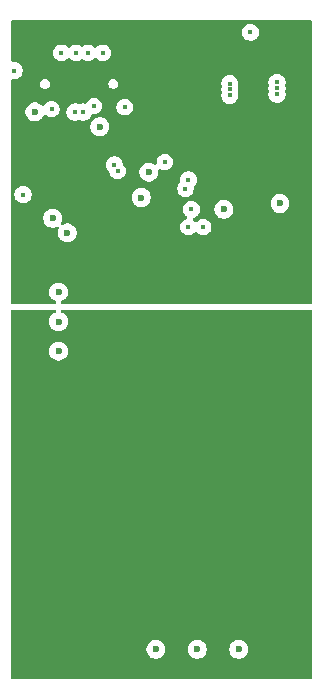
<source format=gbr>
%TF.GenerationSoftware,KiCad,Pcbnew,9.0.2*%
%TF.CreationDate,2025-06-18T22:14:32+09:00*%
%TF.ProjectId,LoRa_TM,4c6f5261-5f54-44d2-9e6b-696361645f70,rev?*%
%TF.SameCoordinates,Original*%
%TF.FileFunction,Copper,L3,Inr*%
%TF.FilePolarity,Positive*%
%FSLAX46Y46*%
G04 Gerber Fmt 4.6, Leading zero omitted, Abs format (unit mm)*
G04 Created by KiCad (PCBNEW 9.0.2) date 2025-06-18 22:14:32*
%MOMM*%
%LPD*%
G01*
G04 APERTURE LIST*
%TA.AperFunction,ViaPad*%
%ADD10C,0.600000*%
%TD*%
%TA.AperFunction,ViaPad*%
%ADD11C,0.400000*%
%TD*%
%TA.AperFunction,ViaPad*%
%ADD12C,0.450000*%
%TD*%
G04 APERTURE END LIST*
D10*
%TO.N,/LoRa_RX*%
X91308000Y-94226000D03*
D11*
X103558000Y-88726000D03*
%TO.N,/LoRa_TX*%
X102308000Y-88726000D03*
D12*
%TO.N,+3.3V*%
X111558000Y-78226000D03*
D10*
%TO.N,GND*%
X89308000Y-78976000D03*
X108058000Y-124476000D03*
X104558000Y-124476000D03*
X101058000Y-124476000D03*
%TO.N,/LED_TX*%
X106558000Y-124476000D03*
%TO.N,/LED_RX*%
X103058000Y-124476000D03*
%TO.N,/LED_ON*%
X99558000Y-124476000D03*
%TO.N,/LoRa_M1*%
X98308000Y-86226000D03*
%TO.N,/LoRa_M0*%
X98958000Y-84076000D03*
D12*
%TO.N,/USB_CONN_D-*%
X92708000Y-78989590D03*
%TO.N,/USB_CONN_D+*%
X93408000Y-78989590D03*
%TO.N,GND*%
X102308000Y-84726000D03*
X102558000Y-87226000D03*
%TO.N,+5V*%
X107558000Y-72226000D03*
D11*
%TO.N,GND*%
X96908000Y-78576000D03*
%TO.N,/BOOT0*%
X100308000Y-83226000D03*
X95058000Y-73976000D03*
%TO.N,/NRST*%
X93808000Y-73976000D03*
X102058000Y-85476000D03*
%TO.N,/SWCLK*%
X92808000Y-73976000D03*
%TO.N,/SWDIO*%
X91558000Y-73976000D03*
%TO.N,/SWCLK*%
X96039671Y-83439341D03*
%TO.N,/SWDIO*%
X96308000Y-83976000D03*
D12*
%TO.N,GND*%
X105808000Y-77576000D03*
X105808000Y-76576000D03*
X105808000Y-77076000D03*
X109808000Y-76476000D03*
X109808000Y-76976000D03*
X109808000Y-77476000D03*
D10*
%TO.N,Net-(R14-Pad2)*%
X110058000Y-86726000D03*
%TO.N,GND*%
X94808000Y-96726000D03*
%TO.N,+3.3V*%
X94808000Y-94226000D03*
%TO.N,/LoRa_AUX*%
X92058000Y-89226000D03*
%TO.N,/LoRa_M1*%
X91308000Y-96726000D03*
%TO.N,/LoRa_M0*%
X91308000Y-99226000D03*
D12*
%TO.N,+5V*%
X88308000Y-85976000D03*
%TO.N,VBUS*%
X87558000Y-75476000D03*
D11*
%TO.N,Net-(J2-CC1)*%
X94308000Y-78476000D03*
%TO.N,Net-(J2-CC2)*%
X90716428Y-78731000D03*
D10*
%TO.N,VBUS*%
X94808000Y-80226000D03*
D12*
%TO.N,+3.3V*%
X90058000Y-73976000D03*
D10*
%TO.N,GND*%
X105308000Y-87226000D03*
%TO.N,+3.3V*%
X105308000Y-85726000D03*
%TO.N,GND*%
X90808000Y-87976000D03*
%TO.N,+3.3V*%
X90808000Y-84976000D03*
%TD*%
%TA.AperFunction,Conductor*%
%TO.N,+3.3V*%
G36*
X112751039Y-71245685D02*
G01*
X112796794Y-71298489D01*
X112808000Y-71350000D01*
X112808000Y-95102000D01*
X112788315Y-95169039D01*
X112735511Y-95214794D01*
X112684000Y-95226000D01*
X91608983Y-95226000D01*
X91541944Y-95206315D01*
X91496189Y-95153511D01*
X91486245Y-95084353D01*
X91515270Y-95020797D01*
X91561531Y-94987439D01*
X91687172Y-94935397D01*
X91687172Y-94935396D01*
X91687179Y-94935394D01*
X91818289Y-94847789D01*
X91929789Y-94736289D01*
X92017394Y-94605179D01*
X92077737Y-94459497D01*
X92108500Y-94304842D01*
X92108500Y-94147158D01*
X92108500Y-94147155D01*
X92108499Y-94147153D01*
X92077738Y-93992510D01*
X92077737Y-93992503D01*
X92077735Y-93992498D01*
X92017397Y-93846827D01*
X92017390Y-93846814D01*
X91929789Y-93715711D01*
X91929786Y-93715707D01*
X91818292Y-93604213D01*
X91818288Y-93604210D01*
X91687185Y-93516609D01*
X91687172Y-93516602D01*
X91541501Y-93456264D01*
X91541489Y-93456261D01*
X91386845Y-93425500D01*
X91386842Y-93425500D01*
X91229158Y-93425500D01*
X91229155Y-93425500D01*
X91074510Y-93456261D01*
X91074498Y-93456264D01*
X90928827Y-93516602D01*
X90928814Y-93516609D01*
X90797711Y-93604210D01*
X90797707Y-93604213D01*
X90686213Y-93715707D01*
X90686210Y-93715711D01*
X90598609Y-93846814D01*
X90598602Y-93846827D01*
X90538264Y-93992498D01*
X90538261Y-93992510D01*
X90507500Y-94147153D01*
X90507500Y-94304846D01*
X90538261Y-94459489D01*
X90538264Y-94459501D01*
X90598602Y-94605172D01*
X90598609Y-94605185D01*
X90686210Y-94736288D01*
X90686213Y-94736292D01*
X90797707Y-94847786D01*
X90797711Y-94847789D01*
X90928814Y-94935390D01*
X90928827Y-94935397D01*
X91054469Y-94987439D01*
X91108873Y-95031280D01*
X91130938Y-95097574D01*
X91113659Y-95165273D01*
X91062522Y-95212884D01*
X91007017Y-95226000D01*
X87432000Y-95226000D01*
X87364961Y-95206315D01*
X87319206Y-95153511D01*
X87308000Y-95102000D01*
X87308000Y-87897153D01*
X90007500Y-87897153D01*
X90007500Y-88054846D01*
X90038261Y-88209489D01*
X90038264Y-88209501D01*
X90098602Y-88355172D01*
X90098609Y-88355185D01*
X90186210Y-88486288D01*
X90186213Y-88486292D01*
X90297707Y-88597786D01*
X90297711Y-88597789D01*
X90428814Y-88685390D01*
X90428827Y-88685397D01*
X90574498Y-88745735D01*
X90574503Y-88745737D01*
X90729153Y-88776499D01*
X90729156Y-88776500D01*
X90729158Y-88776500D01*
X90886844Y-88776500D01*
X90886845Y-88776499D01*
X91041497Y-88745737D01*
X91186177Y-88685808D01*
X91255646Y-88678340D01*
X91318125Y-88709615D01*
X91353777Y-88769704D01*
X91351283Y-88839529D01*
X91348190Y-88847822D01*
X91288264Y-88992498D01*
X91288261Y-88992510D01*
X91257500Y-89147153D01*
X91257500Y-89304846D01*
X91288261Y-89459489D01*
X91288264Y-89459501D01*
X91348602Y-89605172D01*
X91348609Y-89605185D01*
X91436210Y-89736288D01*
X91436213Y-89736292D01*
X91547707Y-89847786D01*
X91547711Y-89847789D01*
X91678814Y-89935390D01*
X91678827Y-89935397D01*
X91824498Y-89995735D01*
X91824503Y-89995737D01*
X91979153Y-90026499D01*
X91979156Y-90026500D01*
X91979158Y-90026500D01*
X92136844Y-90026500D01*
X92136845Y-90026499D01*
X92291497Y-89995737D01*
X92437179Y-89935394D01*
X92568289Y-89847789D01*
X92679789Y-89736289D01*
X92767394Y-89605179D01*
X92827737Y-89459497D01*
X92858500Y-89304842D01*
X92858500Y-89147158D01*
X92858500Y-89147155D01*
X92858499Y-89147153D01*
X92840729Y-89057817D01*
X92827737Y-88992503D01*
X92801985Y-88930332D01*
X92767397Y-88846827D01*
X92767390Y-88846814D01*
X92732766Y-88794995D01*
X101607499Y-88794995D01*
X101634418Y-88930322D01*
X101634421Y-88930332D01*
X101687221Y-89057804D01*
X101687228Y-89057817D01*
X101763885Y-89172541D01*
X101763888Y-89172545D01*
X101861454Y-89270111D01*
X101861458Y-89270114D01*
X101976182Y-89346771D01*
X101976195Y-89346778D01*
X102103667Y-89399578D01*
X102103672Y-89399580D01*
X102103676Y-89399580D01*
X102103677Y-89399581D01*
X102239004Y-89426500D01*
X102239007Y-89426500D01*
X102376995Y-89426500D01*
X102468041Y-89408389D01*
X102512328Y-89399580D01*
X102639811Y-89346775D01*
X102754542Y-89270114D01*
X102754545Y-89270111D01*
X102845319Y-89179338D01*
X102906642Y-89145853D01*
X102976334Y-89150837D01*
X103020681Y-89179338D01*
X103111454Y-89270111D01*
X103111458Y-89270114D01*
X103226182Y-89346771D01*
X103226195Y-89346778D01*
X103353667Y-89399578D01*
X103353672Y-89399580D01*
X103353676Y-89399580D01*
X103353677Y-89399581D01*
X103489004Y-89426500D01*
X103489007Y-89426500D01*
X103626995Y-89426500D01*
X103718041Y-89408389D01*
X103762328Y-89399580D01*
X103889811Y-89346775D01*
X104004542Y-89270114D01*
X104102114Y-89172542D01*
X104178775Y-89057811D01*
X104231580Y-88930328D01*
X104258500Y-88794993D01*
X104258500Y-88657007D01*
X104258500Y-88657004D01*
X104231581Y-88521677D01*
X104231580Y-88521676D01*
X104231580Y-88521672D01*
X104216924Y-88486288D01*
X104178778Y-88394195D01*
X104178771Y-88394182D01*
X104102114Y-88279458D01*
X104102111Y-88279454D01*
X104004545Y-88181888D01*
X104004541Y-88181885D01*
X103889817Y-88105228D01*
X103889804Y-88105221D01*
X103762332Y-88052421D01*
X103762322Y-88052418D01*
X103626995Y-88025500D01*
X103626993Y-88025500D01*
X103489007Y-88025500D01*
X103489005Y-88025500D01*
X103353677Y-88052418D01*
X103353667Y-88052421D01*
X103226195Y-88105221D01*
X103226182Y-88105228D01*
X103111458Y-88181885D01*
X103111454Y-88181888D01*
X103020681Y-88272662D01*
X103016217Y-88275099D01*
X103013433Y-88279355D01*
X102985862Y-88291674D01*
X102959358Y-88306147D01*
X102954285Y-88305784D01*
X102949642Y-88307859D01*
X102919790Y-88303317D01*
X102889666Y-88301163D01*
X102884229Y-88297906D01*
X102880568Y-88297350D01*
X102864458Y-88286067D01*
X102851033Y-88278027D01*
X102848093Y-88275437D01*
X102754542Y-88181886D01*
X102702184Y-88146901D01*
X102695981Y-88141437D01*
X102681567Y-88118599D01*
X102664252Y-88097880D01*
X102663199Y-88089496D01*
X102658689Y-88082351D01*
X102658910Y-88055347D01*
X102655545Y-88028555D01*
X102659191Y-88020932D01*
X102659261Y-88012484D01*
X102674044Y-87989888D01*
X102685700Y-87965528D01*
X102692889Y-87961087D01*
X102697515Y-87954017D01*
X102722167Y-87943001D01*
X102745143Y-87928809D01*
X102753744Y-87926776D01*
X102769620Y-87923619D01*
X102901653Y-87868929D01*
X103020479Y-87789532D01*
X103121532Y-87688479D01*
X103200929Y-87569653D01*
X103255619Y-87437620D01*
X103272210Y-87354213D01*
X103283500Y-87297457D01*
X103283500Y-87154542D01*
X103282030Y-87147153D01*
X104507500Y-87147153D01*
X104507500Y-87304846D01*
X104538261Y-87459489D01*
X104538264Y-87459501D01*
X104598602Y-87605172D01*
X104598609Y-87605185D01*
X104686210Y-87736288D01*
X104686213Y-87736292D01*
X104797707Y-87847786D01*
X104797711Y-87847789D01*
X104928814Y-87935390D01*
X104928827Y-87935397D01*
X105001571Y-87965528D01*
X105074503Y-87995737D01*
X105201166Y-88020932D01*
X105229153Y-88026499D01*
X105229156Y-88026500D01*
X105229158Y-88026500D01*
X105386844Y-88026500D01*
X105386845Y-88026499D01*
X105541497Y-87995737D01*
X105687179Y-87935394D01*
X105818289Y-87847789D01*
X105929789Y-87736289D01*
X106017394Y-87605179D01*
X106020854Y-87596827D01*
X106049984Y-87526499D01*
X106077737Y-87459497D01*
X106108500Y-87304842D01*
X106108500Y-87147158D01*
X106108500Y-87147155D01*
X106108499Y-87147153D01*
X106084499Y-87026499D01*
X106077737Y-86992503D01*
X106032110Y-86882349D01*
X106017397Y-86846827D01*
X106017390Y-86846814D01*
X105929790Y-86715712D01*
X105929784Y-86715705D01*
X105861232Y-86647153D01*
X109257500Y-86647153D01*
X109257500Y-86804846D01*
X109288261Y-86959489D01*
X109288264Y-86959501D01*
X109348602Y-87105172D01*
X109348609Y-87105185D01*
X109436210Y-87236288D01*
X109436213Y-87236292D01*
X109547707Y-87347786D01*
X109547711Y-87347789D01*
X109678814Y-87435390D01*
X109678827Y-87435397D01*
X109752013Y-87465711D01*
X109824503Y-87495737D01*
X109979153Y-87526499D01*
X109979156Y-87526500D01*
X109979158Y-87526500D01*
X110136844Y-87526500D01*
X110136845Y-87526499D01*
X110291497Y-87495737D01*
X110431805Y-87437620D01*
X110437172Y-87435397D01*
X110437172Y-87435396D01*
X110437179Y-87435394D01*
X110568289Y-87347789D01*
X110679789Y-87236289D01*
X110767394Y-87105179D01*
X110827737Y-86959497D01*
X110858500Y-86804842D01*
X110858500Y-86647158D01*
X110858500Y-86647155D01*
X110858499Y-86647153D01*
X110845752Y-86583069D01*
X110827737Y-86492503D01*
X110814062Y-86459489D01*
X110767397Y-86346827D01*
X110767390Y-86346814D01*
X110679789Y-86215711D01*
X110679786Y-86215707D01*
X110568292Y-86104213D01*
X110568288Y-86104210D01*
X110437185Y-86016609D01*
X110437172Y-86016602D01*
X110291501Y-85956264D01*
X110291489Y-85956261D01*
X110136845Y-85925500D01*
X110136842Y-85925500D01*
X109979158Y-85925500D01*
X109979155Y-85925500D01*
X109824510Y-85956261D01*
X109824498Y-85956264D01*
X109678827Y-86016602D01*
X109678814Y-86016609D01*
X109547711Y-86104210D01*
X109547707Y-86104213D01*
X109436213Y-86215707D01*
X109436210Y-86215711D01*
X109348609Y-86346814D01*
X109348602Y-86346827D01*
X109288264Y-86492498D01*
X109288261Y-86492510D01*
X109257500Y-86647153D01*
X105861232Y-86647153D01*
X105818292Y-86604213D01*
X105818288Y-86604210D01*
X105687185Y-86516609D01*
X105687172Y-86516602D01*
X105541501Y-86456264D01*
X105541489Y-86456261D01*
X105386845Y-86425500D01*
X105386842Y-86425500D01*
X105229158Y-86425500D01*
X105229155Y-86425500D01*
X105074510Y-86456261D01*
X105074498Y-86456264D01*
X104928827Y-86516602D01*
X104928814Y-86516609D01*
X104797711Y-86604210D01*
X104797707Y-86604213D01*
X104686213Y-86715707D01*
X104686210Y-86715711D01*
X104598609Y-86846814D01*
X104598602Y-86846827D01*
X104538264Y-86992498D01*
X104538261Y-86992510D01*
X104507500Y-87147153D01*
X103282030Y-87147153D01*
X103255620Y-87014385D01*
X103255619Y-87014384D01*
X103255619Y-87014380D01*
X103200929Y-86882347D01*
X103200928Y-86882346D01*
X103200925Y-86882340D01*
X103121532Y-86763521D01*
X103121529Y-86763517D01*
X103020482Y-86662470D01*
X103020478Y-86662467D01*
X102901659Y-86583074D01*
X102901650Y-86583069D01*
X102769620Y-86528381D01*
X102769614Y-86528379D01*
X102629457Y-86500500D01*
X102629455Y-86500500D01*
X102486545Y-86500500D01*
X102486543Y-86500500D01*
X102346385Y-86528379D01*
X102346379Y-86528381D01*
X102214349Y-86583069D01*
X102214340Y-86583074D01*
X102095521Y-86662467D01*
X102095517Y-86662470D01*
X101994470Y-86763517D01*
X101994467Y-86763521D01*
X101915074Y-86882340D01*
X101915069Y-86882349D01*
X101860381Y-87014379D01*
X101860379Y-87014385D01*
X101832500Y-87154542D01*
X101832500Y-87154545D01*
X101832500Y-87297455D01*
X101832500Y-87297457D01*
X101832499Y-87297457D01*
X101860379Y-87437614D01*
X101860381Y-87437620D01*
X101915069Y-87569650D01*
X101915074Y-87569659D01*
X101994467Y-87688478D01*
X101994470Y-87688482D01*
X102095517Y-87789529D01*
X102095525Y-87789535D01*
X102151662Y-87827045D01*
X102196468Y-87880657D01*
X102205175Y-87949982D01*
X102175021Y-88013009D01*
X102115578Y-88049729D01*
X102106974Y-88051762D01*
X102103682Y-88052416D01*
X102103667Y-88052421D01*
X101976195Y-88105221D01*
X101976182Y-88105228D01*
X101861458Y-88181885D01*
X101861454Y-88181888D01*
X101763888Y-88279454D01*
X101763885Y-88279458D01*
X101687228Y-88394182D01*
X101687221Y-88394195D01*
X101634421Y-88521667D01*
X101634418Y-88521677D01*
X101607500Y-88657004D01*
X101607500Y-88657007D01*
X101607500Y-88794993D01*
X101607500Y-88794995D01*
X101607499Y-88794995D01*
X92732766Y-88794995D01*
X92682526Y-88719806D01*
X92679790Y-88715712D01*
X92679786Y-88715707D01*
X92568292Y-88604213D01*
X92568288Y-88604210D01*
X92437185Y-88516609D01*
X92437172Y-88516602D01*
X92291501Y-88456264D01*
X92291489Y-88456261D01*
X92136845Y-88425500D01*
X92136842Y-88425500D01*
X91979158Y-88425500D01*
X91979155Y-88425500D01*
X91824510Y-88456261D01*
X91824498Y-88456264D01*
X91679822Y-88516190D01*
X91610352Y-88523659D01*
X91547873Y-88492383D01*
X91512221Y-88432294D01*
X91514716Y-88362469D01*
X91517809Y-88354176D01*
X91536994Y-88307859D01*
X91577737Y-88209497D01*
X91608500Y-88054842D01*
X91608500Y-87897158D01*
X91608500Y-87897155D01*
X91608499Y-87897153D01*
X91598679Y-87847786D01*
X91577737Y-87742503D01*
X91555360Y-87688479D01*
X91517397Y-87596827D01*
X91517390Y-87596814D01*
X91429789Y-87465711D01*
X91429786Y-87465707D01*
X91318292Y-87354213D01*
X91318288Y-87354210D01*
X91187185Y-87266609D01*
X91187172Y-87266602D01*
X91041501Y-87206264D01*
X91041489Y-87206261D01*
X90886845Y-87175500D01*
X90886842Y-87175500D01*
X90729158Y-87175500D01*
X90729155Y-87175500D01*
X90574510Y-87206261D01*
X90574498Y-87206264D01*
X90428827Y-87266602D01*
X90428814Y-87266609D01*
X90297711Y-87354210D01*
X90297707Y-87354213D01*
X90186213Y-87465707D01*
X90186210Y-87465711D01*
X90098609Y-87596814D01*
X90098602Y-87596827D01*
X90038264Y-87742498D01*
X90038261Y-87742510D01*
X90007500Y-87897153D01*
X87308000Y-87897153D01*
X87308000Y-86047457D01*
X87582499Y-86047457D01*
X87610379Y-86187614D01*
X87610381Y-86187620D01*
X87665069Y-86319650D01*
X87665074Y-86319659D01*
X87744467Y-86438478D01*
X87744470Y-86438482D01*
X87845517Y-86539529D01*
X87845521Y-86539532D01*
X87964340Y-86618925D01*
X87964346Y-86618928D01*
X87964347Y-86618929D01*
X88096380Y-86673619D01*
X88096384Y-86673619D01*
X88096385Y-86673620D01*
X88236542Y-86701500D01*
X88236545Y-86701500D01*
X88379457Y-86701500D01*
X88473751Y-86682742D01*
X88519620Y-86673619D01*
X88651653Y-86618929D01*
X88770479Y-86539532D01*
X88871532Y-86438479D01*
X88950929Y-86319653D01*
X89005619Y-86187620D01*
X89013669Y-86147153D01*
X97507500Y-86147153D01*
X97507500Y-86304846D01*
X97538261Y-86459489D01*
X97538264Y-86459501D01*
X97598602Y-86605172D01*
X97598609Y-86605185D01*
X97686210Y-86736288D01*
X97686213Y-86736292D01*
X97797707Y-86847786D01*
X97797711Y-86847789D01*
X97928814Y-86935390D01*
X97928827Y-86935397D01*
X98066683Y-86992498D01*
X98074503Y-86995737D01*
X98229153Y-87026499D01*
X98229156Y-87026500D01*
X98229158Y-87026500D01*
X98386844Y-87026500D01*
X98386845Y-87026499D01*
X98541497Y-86995737D01*
X98687179Y-86935394D01*
X98818289Y-86847789D01*
X98929789Y-86736289D01*
X99017394Y-86605179D01*
X99077737Y-86459497D01*
X99108500Y-86304842D01*
X99108500Y-86147158D01*
X99108500Y-86147155D01*
X99108499Y-86147153D01*
X99088668Y-86047457D01*
X99077737Y-85992503D01*
X99077735Y-85992498D01*
X99017397Y-85846827D01*
X99017390Y-85846814D01*
X98929789Y-85715711D01*
X98929786Y-85715707D01*
X98818292Y-85604213D01*
X98818288Y-85604210D01*
X98729667Y-85544995D01*
X101357499Y-85544995D01*
X101384418Y-85680322D01*
X101384421Y-85680332D01*
X101437221Y-85807804D01*
X101437228Y-85807817D01*
X101513885Y-85922541D01*
X101513888Y-85922545D01*
X101611454Y-86020111D01*
X101611458Y-86020114D01*
X101726182Y-86096771D01*
X101726195Y-86096778D01*
X101847825Y-86147158D01*
X101853672Y-86149580D01*
X101853676Y-86149580D01*
X101853677Y-86149581D01*
X101989004Y-86176500D01*
X101989007Y-86176500D01*
X102126995Y-86176500D01*
X102218041Y-86158389D01*
X102262328Y-86149580D01*
X102389811Y-86096775D01*
X102504542Y-86020114D01*
X102602114Y-85922542D01*
X102678775Y-85807811D01*
X102731580Y-85680328D01*
X102758500Y-85544993D01*
X102758500Y-85407007D01*
X102758500Y-85407004D01*
X102753928Y-85384024D01*
X102760153Y-85314432D01*
X102787862Y-85272148D01*
X102871532Y-85188479D01*
X102950929Y-85069653D01*
X103005619Y-84937620D01*
X103023896Y-84845737D01*
X103033500Y-84797457D01*
X103033500Y-84654542D01*
X103005620Y-84514385D01*
X103005619Y-84514384D01*
X103005619Y-84514380D01*
X102950929Y-84382347D01*
X102950928Y-84382346D01*
X102950925Y-84382340D01*
X102871532Y-84263521D01*
X102871529Y-84263517D01*
X102770482Y-84162470D01*
X102770478Y-84162467D01*
X102651659Y-84083074D01*
X102651650Y-84083069D01*
X102519620Y-84028381D01*
X102519614Y-84028379D01*
X102379457Y-84000500D01*
X102379455Y-84000500D01*
X102236545Y-84000500D01*
X102236543Y-84000500D01*
X102096385Y-84028379D01*
X102096379Y-84028381D01*
X101964349Y-84083069D01*
X101964340Y-84083074D01*
X101845521Y-84162467D01*
X101845517Y-84162470D01*
X101744470Y-84263517D01*
X101744467Y-84263521D01*
X101665074Y-84382340D01*
X101665069Y-84382349D01*
X101610381Y-84514379D01*
X101610379Y-84514385D01*
X101582500Y-84654542D01*
X101582500Y-84654545D01*
X101582500Y-84797455D01*
X101582500Y-84797457D01*
X101582499Y-84797457D01*
X101596677Y-84868728D01*
X101590450Y-84938320D01*
X101562743Y-84980600D01*
X101513883Y-85029461D01*
X101437228Y-85144182D01*
X101437221Y-85144195D01*
X101384421Y-85271667D01*
X101384418Y-85271677D01*
X101357500Y-85407004D01*
X101357500Y-85407007D01*
X101357500Y-85544993D01*
X101357500Y-85544995D01*
X101357499Y-85544995D01*
X98729667Y-85544995D01*
X98687185Y-85516609D01*
X98687178Y-85516605D01*
X98684453Y-85515477D01*
X98684451Y-85515475D01*
X98541501Y-85456264D01*
X98541489Y-85456261D01*
X98386845Y-85425500D01*
X98386842Y-85425500D01*
X98229158Y-85425500D01*
X98229155Y-85425500D01*
X98074510Y-85456261D01*
X98074498Y-85456264D01*
X97928827Y-85516602D01*
X97928814Y-85516609D01*
X97797711Y-85604210D01*
X97797707Y-85604213D01*
X97686213Y-85715707D01*
X97686210Y-85715711D01*
X97598609Y-85846814D01*
X97598602Y-85846827D01*
X97538264Y-85992498D01*
X97538261Y-85992510D01*
X97507500Y-86147153D01*
X89013669Y-86147153D01*
X89019692Y-86116874D01*
X89033500Y-86047457D01*
X89033500Y-85904542D01*
X89005620Y-85764385D01*
X89005619Y-85764384D01*
X89005619Y-85764380D01*
X88950929Y-85632347D01*
X88950927Y-85632345D01*
X88950923Y-85632337D01*
X88871532Y-85513521D01*
X88871529Y-85513517D01*
X88770482Y-85412470D01*
X88770478Y-85412467D01*
X88651659Y-85333074D01*
X88651650Y-85333069D01*
X88519620Y-85278381D01*
X88519614Y-85278379D01*
X88379457Y-85250500D01*
X88379455Y-85250500D01*
X88236545Y-85250500D01*
X88236543Y-85250500D01*
X88096385Y-85278379D01*
X88096379Y-85278381D01*
X87964349Y-85333069D01*
X87964340Y-85333074D01*
X87845521Y-85412467D01*
X87845517Y-85412470D01*
X87744470Y-85513517D01*
X87744467Y-85513521D01*
X87665077Y-85632337D01*
X87665069Y-85632349D01*
X87610381Y-85764379D01*
X87610379Y-85764385D01*
X87582500Y-85904542D01*
X87582500Y-85904545D01*
X87582500Y-86047455D01*
X87582500Y-86047457D01*
X87582499Y-86047457D01*
X87308000Y-86047457D01*
X87308000Y-83508336D01*
X95339170Y-83508336D01*
X95366089Y-83643663D01*
X95366092Y-83643673D01*
X95418892Y-83771145D01*
X95418899Y-83771158D01*
X95495555Y-83885881D01*
X95495556Y-83885882D01*
X95495557Y-83885883D01*
X95571182Y-83961508D01*
X95604666Y-84022829D01*
X95606402Y-84038982D01*
X95606903Y-84038933D01*
X95607499Y-84044995D01*
X95634418Y-84180322D01*
X95634421Y-84180332D01*
X95687221Y-84307804D01*
X95687228Y-84307817D01*
X95763885Y-84422541D01*
X95763888Y-84422545D01*
X95861454Y-84520111D01*
X95861458Y-84520114D01*
X95976182Y-84596771D01*
X95976195Y-84596778D01*
X96103667Y-84649578D01*
X96103672Y-84649580D01*
X96103676Y-84649580D01*
X96103677Y-84649581D01*
X96239004Y-84676500D01*
X96239007Y-84676500D01*
X96376995Y-84676500D01*
X96487367Y-84654545D01*
X96512328Y-84649580D01*
X96639811Y-84596775D01*
X96754542Y-84520114D01*
X96852114Y-84422542D01*
X96928775Y-84307811D01*
X96981580Y-84180328D01*
X97008500Y-84044993D01*
X97008500Y-83997153D01*
X98157500Y-83997153D01*
X98157500Y-84154846D01*
X98188261Y-84309489D01*
X98188264Y-84309501D01*
X98248602Y-84455172D01*
X98248609Y-84455185D01*
X98336210Y-84586288D01*
X98336213Y-84586292D01*
X98447707Y-84697786D01*
X98447711Y-84697789D01*
X98578814Y-84785390D01*
X98578827Y-84785397D01*
X98724498Y-84845735D01*
X98724503Y-84845737D01*
X98840086Y-84868728D01*
X98879153Y-84876499D01*
X98879156Y-84876500D01*
X98879158Y-84876500D01*
X99036844Y-84876500D01*
X99036845Y-84876499D01*
X99191497Y-84845737D01*
X99337179Y-84785394D01*
X99468289Y-84697789D01*
X99579789Y-84586289D01*
X99667394Y-84455179D01*
X99727737Y-84309497D01*
X99758500Y-84154842D01*
X99758500Y-83997158D01*
X99757684Y-83993057D01*
X99749037Y-83949586D01*
X99755264Y-83879994D01*
X99798126Y-83824816D01*
X99864016Y-83801571D01*
X99932013Y-83817638D01*
X99939545Y-83822291D01*
X99976182Y-83846771D01*
X99976195Y-83846778D01*
X100070604Y-83885883D01*
X100103672Y-83899580D01*
X100103676Y-83899580D01*
X100103677Y-83899581D01*
X100239004Y-83926500D01*
X100239007Y-83926500D01*
X100376995Y-83926500D01*
X100475005Y-83907004D01*
X100512328Y-83899580D01*
X100639811Y-83846775D01*
X100754542Y-83770114D01*
X100852114Y-83672542D01*
X100928775Y-83557811D01*
X100981580Y-83430328D01*
X100993511Y-83370348D01*
X101008500Y-83294995D01*
X101008500Y-83157004D01*
X100981581Y-83021677D01*
X100981580Y-83021676D01*
X100981580Y-83021672D01*
X100981578Y-83021667D01*
X100928778Y-82894195D01*
X100928771Y-82894182D01*
X100852114Y-82779458D01*
X100852111Y-82779454D01*
X100754545Y-82681888D01*
X100754541Y-82681885D01*
X100639817Y-82605228D01*
X100639804Y-82605221D01*
X100512332Y-82552421D01*
X100512322Y-82552418D01*
X100376995Y-82525500D01*
X100376993Y-82525500D01*
X100239007Y-82525500D01*
X100239005Y-82525500D01*
X100103677Y-82552418D01*
X100103667Y-82552421D01*
X99976195Y-82605221D01*
X99976182Y-82605228D01*
X99861458Y-82681885D01*
X99861454Y-82681888D01*
X99763888Y-82779454D01*
X99763885Y-82779458D01*
X99687228Y-82894182D01*
X99687221Y-82894195D01*
X99634421Y-83021667D01*
X99634418Y-83021677D01*
X99607500Y-83157004D01*
X99607500Y-83294995D01*
X99608097Y-83301058D01*
X99606162Y-83301248D01*
X99600720Y-83361901D01*
X99557843Y-83417068D01*
X99491948Y-83440296D01*
X99423955Y-83424211D01*
X99416451Y-83419574D01*
X99337184Y-83366609D01*
X99337172Y-83366602D01*
X99191501Y-83306264D01*
X99191489Y-83306261D01*
X99036845Y-83275500D01*
X99036842Y-83275500D01*
X98879158Y-83275500D01*
X98879155Y-83275500D01*
X98724510Y-83306261D01*
X98724498Y-83306264D01*
X98578827Y-83366602D01*
X98578814Y-83366609D01*
X98447711Y-83454210D01*
X98447707Y-83454213D01*
X98336213Y-83565707D01*
X98336210Y-83565711D01*
X98248609Y-83696814D01*
X98248602Y-83696827D01*
X98188264Y-83842498D01*
X98188261Y-83842510D01*
X98157500Y-83997153D01*
X97008500Y-83997153D01*
X97008500Y-83907007D01*
X97008500Y-83907004D01*
X96981581Y-83771677D01*
X96981580Y-83771676D01*
X96981580Y-83771672D01*
X96980933Y-83770111D01*
X96928778Y-83644195D01*
X96928771Y-83644182D01*
X96852114Y-83529458D01*
X96852111Y-83529454D01*
X96776490Y-83453833D01*
X96743005Y-83392510D01*
X96741268Y-83376358D01*
X96740768Y-83376408D01*
X96740171Y-83370345D01*
X96713252Y-83235018D01*
X96713251Y-83235017D01*
X96713251Y-83235013D01*
X96680939Y-83157004D01*
X96660449Y-83107536D01*
X96660442Y-83107523D01*
X96583785Y-82992799D01*
X96583782Y-82992795D01*
X96486216Y-82895229D01*
X96486212Y-82895226D01*
X96371488Y-82818569D01*
X96371475Y-82818562D01*
X96244003Y-82765762D01*
X96243993Y-82765759D01*
X96108666Y-82738841D01*
X96108664Y-82738841D01*
X95970678Y-82738841D01*
X95970676Y-82738841D01*
X95835348Y-82765759D01*
X95835338Y-82765762D01*
X95707866Y-82818562D01*
X95707853Y-82818569D01*
X95593129Y-82895226D01*
X95593125Y-82895229D01*
X95495559Y-82992795D01*
X95495556Y-82992799D01*
X95418899Y-83107523D01*
X95418892Y-83107536D01*
X95366092Y-83235008D01*
X95366089Y-83235018D01*
X95339171Y-83370345D01*
X95339171Y-83370348D01*
X95339171Y-83508334D01*
X95339171Y-83508336D01*
X95339170Y-83508336D01*
X87308000Y-83508336D01*
X87308000Y-80147153D01*
X94007500Y-80147153D01*
X94007500Y-80304846D01*
X94038261Y-80459489D01*
X94038264Y-80459501D01*
X94098602Y-80605172D01*
X94098609Y-80605185D01*
X94186210Y-80736288D01*
X94186213Y-80736292D01*
X94297707Y-80847786D01*
X94297711Y-80847789D01*
X94428814Y-80935390D01*
X94428827Y-80935397D01*
X94574498Y-80995735D01*
X94574503Y-80995737D01*
X94729153Y-81026499D01*
X94729156Y-81026500D01*
X94729158Y-81026500D01*
X94886844Y-81026500D01*
X94886845Y-81026499D01*
X95041497Y-80995737D01*
X95187179Y-80935394D01*
X95318289Y-80847789D01*
X95429789Y-80736289D01*
X95517394Y-80605179D01*
X95577737Y-80459497D01*
X95608500Y-80304842D01*
X95608500Y-80147158D01*
X95608500Y-80147155D01*
X95608499Y-80147153D01*
X95577738Y-79992510D01*
X95577737Y-79992503D01*
X95577735Y-79992498D01*
X95517397Y-79846827D01*
X95517390Y-79846814D01*
X95429789Y-79715711D01*
X95429786Y-79715707D01*
X95318292Y-79604213D01*
X95318288Y-79604210D01*
X95187185Y-79516609D01*
X95187172Y-79516602D01*
X95041501Y-79456264D01*
X95041489Y-79456261D01*
X94886845Y-79425500D01*
X94886842Y-79425500D01*
X94729158Y-79425500D01*
X94729155Y-79425500D01*
X94574510Y-79456261D01*
X94574498Y-79456264D01*
X94428827Y-79516602D01*
X94428814Y-79516609D01*
X94297711Y-79604210D01*
X94297707Y-79604213D01*
X94186213Y-79715707D01*
X94186210Y-79715711D01*
X94098609Y-79846814D01*
X94098602Y-79846827D01*
X94038264Y-79992498D01*
X94038261Y-79992510D01*
X94007500Y-80147153D01*
X87308000Y-80147153D01*
X87308000Y-78897153D01*
X88507500Y-78897153D01*
X88507500Y-79054846D01*
X88538261Y-79209489D01*
X88538264Y-79209501D01*
X88598602Y-79355172D01*
X88598609Y-79355185D01*
X88686210Y-79486288D01*
X88686213Y-79486292D01*
X88797707Y-79597786D01*
X88797711Y-79597789D01*
X88928814Y-79685390D01*
X88928827Y-79685397D01*
X89002013Y-79715711D01*
X89074503Y-79745737D01*
X89229153Y-79776499D01*
X89229156Y-79776500D01*
X89229158Y-79776500D01*
X89386844Y-79776500D01*
X89386845Y-79776499D01*
X89541497Y-79745737D01*
X89687179Y-79685394D01*
X89818289Y-79597789D01*
X89929789Y-79486289D01*
X90017394Y-79355179D01*
X90043779Y-79291477D01*
X90087619Y-79237076D01*
X90153913Y-79215010D01*
X90221612Y-79232288D01*
X90246021Y-79251250D01*
X90269882Y-79275111D01*
X90269886Y-79275114D01*
X90384610Y-79351771D01*
X90384623Y-79351778D01*
X90512095Y-79404578D01*
X90512100Y-79404580D01*
X90512104Y-79404580D01*
X90512105Y-79404581D01*
X90647432Y-79431500D01*
X90647435Y-79431500D01*
X90785423Y-79431500D01*
X90876469Y-79413389D01*
X90920756Y-79404580D01*
X91040021Y-79355179D01*
X91048232Y-79351778D01*
X91048232Y-79351777D01*
X91048239Y-79351775D01*
X91162970Y-79275114D01*
X91260542Y-79177542D01*
X91337203Y-79062811D01*
X91337934Y-79061047D01*
X91982499Y-79061047D01*
X92010379Y-79201204D01*
X92010381Y-79201210D01*
X92065069Y-79333240D01*
X92065074Y-79333249D01*
X92144467Y-79452068D01*
X92144470Y-79452072D01*
X92245517Y-79553119D01*
X92245521Y-79553122D01*
X92364340Y-79632515D01*
X92364349Y-79632520D01*
X92394258Y-79644908D01*
X92496380Y-79687209D01*
X92496384Y-79687209D01*
X92496385Y-79687210D01*
X92636542Y-79715090D01*
X92636545Y-79715090D01*
X92779457Y-79715090D01*
X92873751Y-79696332D01*
X92919620Y-79687209D01*
X93010549Y-79649544D01*
X93080016Y-79642076D01*
X93105447Y-79649543D01*
X93196380Y-79687209D01*
X93196384Y-79687209D01*
X93196385Y-79687210D01*
X93336542Y-79715090D01*
X93336545Y-79715090D01*
X93479457Y-79715090D01*
X93573751Y-79696332D01*
X93619620Y-79687209D01*
X93751653Y-79632519D01*
X93870479Y-79553122D01*
X93971532Y-79452069D01*
X94050929Y-79333243D01*
X94086285Y-79247885D01*
X94130125Y-79193482D01*
X94196419Y-79171417D01*
X94225042Y-79173722D01*
X94239005Y-79176500D01*
X94239007Y-79176500D01*
X94376995Y-79176500D01*
X94468041Y-79158389D01*
X94512328Y-79149580D01*
X94639811Y-79096775D01*
X94754542Y-79020114D01*
X94852114Y-78922542D01*
X94928775Y-78807811D01*
X94932013Y-78799995D01*
X94941133Y-78777975D01*
X94981580Y-78680328D01*
X94988608Y-78644995D01*
X96207499Y-78644995D01*
X96234418Y-78780322D01*
X96234421Y-78780332D01*
X96287221Y-78907804D01*
X96287228Y-78907817D01*
X96363885Y-79022541D01*
X96363888Y-79022545D01*
X96461454Y-79120111D01*
X96461458Y-79120114D01*
X96576182Y-79196771D01*
X96576195Y-79196778D01*
X96699582Y-79247886D01*
X96703672Y-79249580D01*
X96703676Y-79249580D01*
X96703677Y-79249581D01*
X96839004Y-79276500D01*
X96839007Y-79276500D01*
X96976995Y-79276500D01*
X97103932Y-79251250D01*
X97112328Y-79249580D01*
X97229104Y-79201210D01*
X97239804Y-79196778D01*
X97239804Y-79196777D01*
X97239811Y-79196775D01*
X97354542Y-79120114D01*
X97452114Y-79022542D01*
X97528775Y-78907811D01*
X97581580Y-78780328D01*
X97601471Y-78680332D01*
X97608500Y-78644995D01*
X97608500Y-78507004D01*
X97581581Y-78371677D01*
X97581580Y-78371676D01*
X97581580Y-78371672D01*
X97574348Y-78354213D01*
X97528778Y-78244195D01*
X97528771Y-78244182D01*
X97452114Y-78129458D01*
X97452111Y-78129454D01*
X97354545Y-78031888D01*
X97354541Y-78031885D01*
X97239817Y-77955228D01*
X97239804Y-77955221D01*
X97112332Y-77902421D01*
X97112322Y-77902418D01*
X96976995Y-77875500D01*
X96976993Y-77875500D01*
X96839007Y-77875500D01*
X96839005Y-77875500D01*
X96703677Y-77902418D01*
X96703667Y-77902421D01*
X96576195Y-77955221D01*
X96576182Y-77955228D01*
X96461458Y-78031885D01*
X96461454Y-78031888D01*
X96363888Y-78129454D01*
X96363885Y-78129458D01*
X96287228Y-78244182D01*
X96287221Y-78244195D01*
X96234421Y-78371667D01*
X96234418Y-78371677D01*
X96207500Y-78507004D01*
X96207500Y-78507007D01*
X96207500Y-78644993D01*
X96207500Y-78644995D01*
X96207499Y-78644995D01*
X94988608Y-78644995D01*
X95008500Y-78544993D01*
X95008500Y-78407007D01*
X95008500Y-78407004D01*
X94981581Y-78271677D01*
X94981580Y-78271676D01*
X94981580Y-78271672D01*
X94979480Y-78266602D01*
X94928778Y-78144195D01*
X94928771Y-78144182D01*
X94852114Y-78029458D01*
X94852111Y-78029454D01*
X94754545Y-77931888D01*
X94754541Y-77931885D01*
X94639817Y-77855228D01*
X94639804Y-77855221D01*
X94512332Y-77802421D01*
X94512322Y-77802418D01*
X94376995Y-77775500D01*
X94376993Y-77775500D01*
X94239007Y-77775500D01*
X94239005Y-77775500D01*
X94103677Y-77802418D01*
X94103667Y-77802421D01*
X93976195Y-77855221D01*
X93976182Y-77855228D01*
X93861458Y-77931885D01*
X93861454Y-77931888D01*
X93763888Y-78029454D01*
X93763885Y-78029458D01*
X93687228Y-78144182D01*
X93687225Y-78144189D01*
X93664468Y-78199128D01*
X93620626Y-78253531D01*
X93554332Y-78275595D01*
X93525716Y-78273291D01*
X93479459Y-78264090D01*
X93479455Y-78264090D01*
X93336545Y-78264090D01*
X93336543Y-78264090D01*
X93196385Y-78291969D01*
X93196375Y-78291972D01*
X93105452Y-78329634D01*
X93035983Y-78337103D01*
X93010548Y-78329634D01*
X92919624Y-78291972D01*
X92919614Y-78291969D01*
X92779457Y-78264090D01*
X92779455Y-78264090D01*
X92636545Y-78264090D01*
X92636543Y-78264090D01*
X92496385Y-78291969D01*
X92496379Y-78291971D01*
X92364349Y-78346659D01*
X92364340Y-78346664D01*
X92245521Y-78426057D01*
X92245517Y-78426060D01*
X92144470Y-78527107D01*
X92144467Y-78527111D01*
X92065074Y-78645930D01*
X92065069Y-78645939D01*
X92010381Y-78777969D01*
X92010379Y-78777975D01*
X91982500Y-78918132D01*
X91982500Y-78918135D01*
X91982500Y-79061045D01*
X91982500Y-79061047D01*
X91982499Y-79061047D01*
X91337934Y-79061047D01*
X91337935Y-79061045D01*
X91390006Y-78935332D01*
X91390008Y-78935328D01*
X91415373Y-78807811D01*
X91416928Y-78799995D01*
X91416928Y-78662004D01*
X91390009Y-78526677D01*
X91390008Y-78526676D01*
X91390008Y-78526672D01*
X91364756Y-78465707D01*
X91337206Y-78399195D01*
X91337199Y-78399182D01*
X91260542Y-78284458D01*
X91260539Y-78284454D01*
X91162973Y-78186888D01*
X91162969Y-78186885D01*
X91048245Y-78110228D01*
X91048232Y-78110221D01*
X90920760Y-78057421D01*
X90920750Y-78057418D01*
X90785423Y-78030500D01*
X90785421Y-78030500D01*
X90647435Y-78030500D01*
X90647433Y-78030500D01*
X90512105Y-78057418D01*
X90512095Y-78057421D01*
X90384623Y-78110221D01*
X90384610Y-78110228D01*
X90269886Y-78186885D01*
X90269882Y-78186888D01*
X90172316Y-78284454D01*
X90172313Y-78284458D01*
X90095652Y-78399188D01*
X90093519Y-78403180D01*
X90044554Y-78453022D01*
X89976416Y-78468480D01*
X89910737Y-78444645D01*
X89896482Y-78432403D01*
X89818292Y-78354213D01*
X89818288Y-78354210D01*
X89687185Y-78266609D01*
X89687172Y-78266602D01*
X89541501Y-78206264D01*
X89541489Y-78206261D01*
X89386845Y-78175500D01*
X89386842Y-78175500D01*
X89229158Y-78175500D01*
X89229155Y-78175500D01*
X89074510Y-78206261D01*
X89074498Y-78206264D01*
X88928827Y-78266602D01*
X88928814Y-78266609D01*
X88797711Y-78354210D01*
X88797707Y-78354213D01*
X88686213Y-78465707D01*
X88686210Y-78465711D01*
X88598609Y-78596814D01*
X88598602Y-78596827D01*
X88538264Y-78742498D01*
X88538261Y-78742510D01*
X88507500Y-78897153D01*
X87308000Y-78897153D01*
X87308000Y-76524982D01*
X89742500Y-76524982D01*
X89742500Y-76637018D01*
X89766343Y-76726000D01*
X89771497Y-76745236D01*
X89771498Y-76745239D01*
X89782545Y-76764373D01*
X89827515Y-76842263D01*
X89906737Y-76921485D01*
X90003763Y-76977503D01*
X90111982Y-77006500D01*
X90111984Y-77006500D01*
X90224016Y-77006500D01*
X90224018Y-77006500D01*
X90332237Y-76977503D01*
X90429263Y-76921485D01*
X90508485Y-76842263D01*
X90564503Y-76745237D01*
X90593500Y-76637018D01*
X90593500Y-76524982D01*
X95522500Y-76524982D01*
X95522500Y-76637018D01*
X95546343Y-76726000D01*
X95551497Y-76745236D01*
X95551498Y-76745239D01*
X95562545Y-76764373D01*
X95607515Y-76842263D01*
X95686737Y-76921485D01*
X95783763Y-76977503D01*
X95891982Y-77006500D01*
X95891984Y-77006500D01*
X96004016Y-77006500D01*
X96004018Y-77006500D01*
X96112237Y-76977503D01*
X96209263Y-76921485D01*
X96288485Y-76842263D01*
X96344503Y-76745237D01*
X96370703Y-76647457D01*
X105082499Y-76647457D01*
X105110381Y-76787626D01*
X105111106Y-76790014D01*
X105111117Y-76791324D01*
X105111569Y-76793594D01*
X105111138Y-76793679D01*
X105111725Y-76859881D01*
X105111106Y-76861986D01*
X105110381Y-76864373D01*
X105082500Y-77004542D01*
X105082500Y-77004545D01*
X105082500Y-77147455D01*
X105082500Y-77147457D01*
X105082499Y-77147457D01*
X105110381Y-77287626D01*
X105111106Y-77290014D01*
X105111117Y-77291324D01*
X105111569Y-77293594D01*
X105111138Y-77293679D01*
X105111725Y-77359881D01*
X105111106Y-77361986D01*
X105110381Y-77364373D01*
X105082500Y-77504542D01*
X105082500Y-77504545D01*
X105082500Y-77647455D01*
X105082500Y-77647457D01*
X105082499Y-77647457D01*
X105110379Y-77787614D01*
X105110381Y-77787620D01*
X105165069Y-77919650D01*
X105165074Y-77919659D01*
X105244467Y-78038478D01*
X105244470Y-78038482D01*
X105345517Y-78139529D01*
X105345521Y-78139532D01*
X105464340Y-78218925D01*
X105464346Y-78218928D01*
X105464347Y-78218929D01*
X105596380Y-78273619D01*
X105596384Y-78273619D01*
X105596385Y-78273620D01*
X105736542Y-78301500D01*
X105736545Y-78301500D01*
X105879457Y-78301500D01*
X105973751Y-78282742D01*
X106019620Y-78273619D01*
X106151653Y-78218929D01*
X106270479Y-78139532D01*
X106371532Y-78038479D01*
X106450929Y-77919653D01*
X106505619Y-77787620D01*
X106533500Y-77647455D01*
X106533500Y-77504545D01*
X106533500Y-77504542D01*
X106505619Y-77364379D01*
X106504897Y-77361999D01*
X106504885Y-77360689D01*
X106504431Y-77358406D01*
X106504864Y-77358319D01*
X106504271Y-77292133D01*
X106504897Y-77290001D01*
X106505619Y-77287620D01*
X106533500Y-77147457D01*
X106533500Y-77004542D01*
X106505619Y-76864379D01*
X106504897Y-76861999D01*
X106504885Y-76860689D01*
X106504431Y-76858406D01*
X106504864Y-76858319D01*
X106504271Y-76792133D01*
X106504897Y-76790001D01*
X106505619Y-76787620D01*
X106533500Y-76647457D01*
X106533500Y-76547457D01*
X109082499Y-76547457D01*
X109110381Y-76687626D01*
X109111106Y-76690014D01*
X109111117Y-76691324D01*
X109111569Y-76693594D01*
X109111138Y-76693679D01*
X109111725Y-76759881D01*
X109111106Y-76761986D01*
X109110381Y-76764373D01*
X109082500Y-76904542D01*
X109082500Y-76904545D01*
X109082500Y-77047455D01*
X109082500Y-77047457D01*
X109082499Y-77047457D01*
X109110381Y-77187626D01*
X109111106Y-77190014D01*
X109111117Y-77191324D01*
X109111569Y-77193594D01*
X109111138Y-77193679D01*
X109111725Y-77259881D01*
X109111106Y-77261986D01*
X109110381Y-77264373D01*
X109082500Y-77404542D01*
X109082500Y-77404545D01*
X109082500Y-77547455D01*
X109082500Y-77547457D01*
X109082499Y-77547457D01*
X109110379Y-77687614D01*
X109110381Y-77687620D01*
X109165069Y-77819650D01*
X109165074Y-77819659D01*
X109244467Y-77938478D01*
X109244470Y-77938482D01*
X109345517Y-78039529D01*
X109345521Y-78039532D01*
X109464340Y-78118925D01*
X109464349Y-78118930D01*
X109489766Y-78129458D01*
X109596380Y-78173619D01*
X109596384Y-78173619D01*
X109596385Y-78173620D01*
X109736542Y-78201500D01*
X109736545Y-78201500D01*
X109879457Y-78201500D01*
X109973751Y-78182742D01*
X110019620Y-78173619D01*
X110151653Y-78118929D01*
X110270479Y-78039532D01*
X110371532Y-77938479D01*
X110450929Y-77819653D01*
X110505619Y-77687620D01*
X110533500Y-77547455D01*
X110533500Y-77404545D01*
X110533500Y-77404542D01*
X110505619Y-77264379D01*
X110504897Y-77261999D01*
X110504885Y-77260689D01*
X110504431Y-77258406D01*
X110504864Y-77258319D01*
X110504271Y-77192133D01*
X110504897Y-77190001D01*
X110505619Y-77187620D01*
X110533500Y-77047457D01*
X110533500Y-76904542D01*
X110505619Y-76764379D01*
X110504897Y-76761999D01*
X110504885Y-76760689D01*
X110504431Y-76758406D01*
X110504864Y-76758319D01*
X110504271Y-76692133D01*
X110504897Y-76690001D01*
X110505619Y-76687620D01*
X110533500Y-76547457D01*
X110533500Y-76404542D01*
X110505620Y-76264385D01*
X110505619Y-76264384D01*
X110505619Y-76264380D01*
X110450929Y-76132347D01*
X110450928Y-76132346D01*
X110450925Y-76132340D01*
X110371532Y-76013521D01*
X110371529Y-76013517D01*
X110270482Y-75912470D01*
X110270478Y-75912467D01*
X110151659Y-75833074D01*
X110151650Y-75833069D01*
X110019620Y-75778381D01*
X110019614Y-75778379D01*
X109879457Y-75750500D01*
X109879455Y-75750500D01*
X109736545Y-75750500D01*
X109736543Y-75750500D01*
X109596385Y-75778379D01*
X109596379Y-75778381D01*
X109464349Y-75833069D01*
X109464340Y-75833074D01*
X109345521Y-75912467D01*
X109345517Y-75912470D01*
X109244470Y-76013517D01*
X109244467Y-76013521D01*
X109165074Y-76132340D01*
X109165069Y-76132349D01*
X109110381Y-76264379D01*
X109110379Y-76264385D01*
X109082500Y-76404542D01*
X109082500Y-76404545D01*
X109082500Y-76547455D01*
X109082500Y-76547457D01*
X109082499Y-76547457D01*
X106533500Y-76547457D01*
X106533500Y-76504542D01*
X106517209Y-76422645D01*
X106517209Y-76422644D01*
X106505620Y-76364387D01*
X106505620Y-76364385D01*
X106505619Y-76364380D01*
X106454312Y-76240515D01*
X106450930Y-76232349D01*
X106450925Y-76232340D01*
X106371532Y-76113521D01*
X106371529Y-76113517D01*
X106270482Y-76012470D01*
X106270478Y-76012467D01*
X106151659Y-75933074D01*
X106151650Y-75933069D01*
X106019620Y-75878381D01*
X106019614Y-75878379D01*
X105879457Y-75850500D01*
X105879455Y-75850500D01*
X105736545Y-75850500D01*
X105736543Y-75850500D01*
X105596385Y-75878379D01*
X105596379Y-75878381D01*
X105464349Y-75933069D01*
X105464340Y-75933074D01*
X105345521Y-76012467D01*
X105345517Y-76012470D01*
X105244470Y-76113517D01*
X105244467Y-76113521D01*
X105165074Y-76232340D01*
X105165069Y-76232349D01*
X105110381Y-76364379D01*
X105110379Y-76364385D01*
X105082500Y-76504542D01*
X105082500Y-76504545D01*
X105082500Y-76647455D01*
X105082500Y-76647457D01*
X105082499Y-76647457D01*
X96370703Y-76647457D01*
X96373500Y-76637018D01*
X96373500Y-76524982D01*
X96344503Y-76416763D01*
X96288485Y-76319737D01*
X96209263Y-76240515D01*
X96112237Y-76184497D01*
X96004018Y-76155500D01*
X95891982Y-76155500D01*
X95783763Y-76184497D01*
X95783760Y-76184498D01*
X95686740Y-76240513D01*
X95686734Y-76240517D01*
X95607517Y-76319734D01*
X95607513Y-76319740D01*
X95551498Y-76416760D01*
X95551497Y-76416763D01*
X95522500Y-76524982D01*
X90593500Y-76524982D01*
X90564503Y-76416763D01*
X90508485Y-76319737D01*
X90429263Y-76240515D01*
X90332237Y-76184497D01*
X90224018Y-76155500D01*
X90111982Y-76155500D01*
X90003763Y-76184497D01*
X90003760Y-76184498D01*
X89906740Y-76240513D01*
X89906734Y-76240517D01*
X89827517Y-76319734D01*
X89827513Y-76319740D01*
X89771498Y-76416760D01*
X89771497Y-76416763D01*
X89742500Y-76524982D01*
X87308000Y-76524982D01*
X87308000Y-76317079D01*
X87327685Y-76250040D01*
X87380489Y-76204285D01*
X87449647Y-76194341D01*
X87456168Y-76195457D01*
X87486545Y-76201500D01*
X87629457Y-76201500D01*
X87723751Y-76182742D01*
X87769620Y-76173619D01*
X87901653Y-76118929D01*
X88020479Y-76039532D01*
X88121532Y-75938479D01*
X88200929Y-75819653D01*
X88255619Y-75687620D01*
X88283500Y-75547455D01*
X88283500Y-75404545D01*
X88283500Y-75404542D01*
X88255620Y-75264385D01*
X88255619Y-75264384D01*
X88255619Y-75264380D01*
X88200929Y-75132347D01*
X88200928Y-75132346D01*
X88200925Y-75132340D01*
X88121532Y-75013521D01*
X88121529Y-75013517D01*
X88020482Y-74912470D01*
X88020478Y-74912467D01*
X87901659Y-74833074D01*
X87901650Y-74833069D01*
X87769620Y-74778381D01*
X87769614Y-74778379D01*
X87629457Y-74750500D01*
X87629455Y-74750500D01*
X87486545Y-74750500D01*
X87486540Y-74750500D01*
X87456191Y-74756537D01*
X87386599Y-74750310D01*
X87331422Y-74707447D01*
X87308178Y-74641557D01*
X87308000Y-74634920D01*
X87308000Y-74044995D01*
X90857499Y-74044995D01*
X90884418Y-74180322D01*
X90884421Y-74180332D01*
X90937221Y-74307804D01*
X90937228Y-74307817D01*
X91013885Y-74422541D01*
X91013888Y-74422545D01*
X91111454Y-74520111D01*
X91111458Y-74520114D01*
X91226182Y-74596771D01*
X91226195Y-74596778D01*
X91353667Y-74649578D01*
X91353672Y-74649580D01*
X91353676Y-74649580D01*
X91353677Y-74649581D01*
X91489004Y-74676500D01*
X91489007Y-74676500D01*
X91626995Y-74676500D01*
X91718041Y-74658389D01*
X91762328Y-74649580D01*
X91889811Y-74596775D01*
X92004542Y-74520114D01*
X92015108Y-74509548D01*
X92095319Y-74429338D01*
X92156642Y-74395853D01*
X92226334Y-74400837D01*
X92270681Y-74429338D01*
X92361454Y-74520111D01*
X92361458Y-74520114D01*
X92476182Y-74596771D01*
X92476195Y-74596778D01*
X92603667Y-74649578D01*
X92603672Y-74649580D01*
X92603676Y-74649580D01*
X92603677Y-74649581D01*
X92739004Y-74676500D01*
X92739007Y-74676500D01*
X92876995Y-74676500D01*
X92968041Y-74658389D01*
X93012328Y-74649580D01*
X93139811Y-74596775D01*
X93239109Y-74530425D01*
X93305786Y-74509548D01*
X93373166Y-74528032D01*
X93376889Y-74530425D01*
X93476189Y-74596775D01*
X93476191Y-74596776D01*
X93476195Y-74596778D01*
X93603667Y-74649578D01*
X93603672Y-74649580D01*
X93603676Y-74649580D01*
X93603677Y-74649581D01*
X93739004Y-74676500D01*
X93739007Y-74676500D01*
X93876995Y-74676500D01*
X93968041Y-74658389D01*
X94012328Y-74649580D01*
X94139811Y-74596775D01*
X94254542Y-74520114D01*
X94265108Y-74509548D01*
X94345319Y-74429338D01*
X94406642Y-74395853D01*
X94476334Y-74400837D01*
X94520681Y-74429338D01*
X94611454Y-74520111D01*
X94611458Y-74520114D01*
X94726182Y-74596771D01*
X94726195Y-74596778D01*
X94853667Y-74649578D01*
X94853672Y-74649580D01*
X94853676Y-74649580D01*
X94853677Y-74649581D01*
X94989004Y-74676500D01*
X94989007Y-74676500D01*
X95126995Y-74676500D01*
X95218041Y-74658389D01*
X95262328Y-74649580D01*
X95389811Y-74596775D01*
X95504542Y-74520114D01*
X95602114Y-74422542D01*
X95678775Y-74307811D01*
X95731580Y-74180328D01*
X95758500Y-74044993D01*
X95758500Y-73907007D01*
X95758500Y-73907004D01*
X95731581Y-73771677D01*
X95731580Y-73771676D01*
X95731580Y-73771672D01*
X95683000Y-73654389D01*
X95678778Y-73644195D01*
X95678771Y-73644182D01*
X95602114Y-73529458D01*
X95602111Y-73529454D01*
X95504545Y-73431888D01*
X95504541Y-73431885D01*
X95389817Y-73355228D01*
X95389804Y-73355221D01*
X95262332Y-73302421D01*
X95262322Y-73302418D01*
X95126995Y-73275500D01*
X95126993Y-73275500D01*
X94989007Y-73275500D01*
X94989005Y-73275500D01*
X94853677Y-73302418D01*
X94853667Y-73302421D01*
X94726195Y-73355221D01*
X94726182Y-73355228D01*
X94611458Y-73431885D01*
X94611454Y-73431888D01*
X94520681Y-73522662D01*
X94459358Y-73556147D01*
X94389666Y-73551163D01*
X94345319Y-73522662D01*
X94254545Y-73431888D01*
X94254541Y-73431885D01*
X94139817Y-73355228D01*
X94139804Y-73355221D01*
X94012332Y-73302421D01*
X94012322Y-73302418D01*
X93876995Y-73275500D01*
X93876993Y-73275500D01*
X93739007Y-73275500D01*
X93739005Y-73275500D01*
X93603677Y-73302418D01*
X93603667Y-73302421D01*
X93476195Y-73355221D01*
X93476182Y-73355228D01*
X93376891Y-73421573D01*
X93310213Y-73442451D01*
X93242833Y-73423966D01*
X93239109Y-73421573D01*
X93139817Y-73355228D01*
X93139804Y-73355221D01*
X93012332Y-73302421D01*
X93012322Y-73302418D01*
X92876995Y-73275500D01*
X92876993Y-73275500D01*
X92739007Y-73275500D01*
X92739005Y-73275500D01*
X92603677Y-73302418D01*
X92603667Y-73302421D01*
X92476195Y-73355221D01*
X92476182Y-73355228D01*
X92361458Y-73431885D01*
X92361454Y-73431888D01*
X92270681Y-73522662D01*
X92209358Y-73556147D01*
X92139666Y-73551163D01*
X92095319Y-73522662D01*
X92004545Y-73431888D01*
X92004541Y-73431885D01*
X91889817Y-73355228D01*
X91889804Y-73355221D01*
X91762332Y-73302421D01*
X91762322Y-73302418D01*
X91626995Y-73275500D01*
X91626993Y-73275500D01*
X91489007Y-73275500D01*
X91489005Y-73275500D01*
X91353677Y-73302418D01*
X91353667Y-73302421D01*
X91226195Y-73355221D01*
X91226182Y-73355228D01*
X91111458Y-73431885D01*
X91111454Y-73431888D01*
X91013888Y-73529454D01*
X91013885Y-73529458D01*
X90937228Y-73644182D01*
X90937221Y-73644195D01*
X90884421Y-73771667D01*
X90884418Y-73771677D01*
X90857500Y-73907004D01*
X90857500Y-73907007D01*
X90857500Y-74044993D01*
X90857500Y-74044995D01*
X90857499Y-74044995D01*
X87308000Y-74044995D01*
X87308000Y-72297457D01*
X106832499Y-72297457D01*
X106860379Y-72437614D01*
X106860381Y-72437620D01*
X106915069Y-72569650D01*
X106915074Y-72569659D01*
X106994467Y-72688478D01*
X106994470Y-72688482D01*
X107095517Y-72789529D01*
X107095521Y-72789532D01*
X107214340Y-72868925D01*
X107214346Y-72868928D01*
X107214347Y-72868929D01*
X107346380Y-72923619D01*
X107346384Y-72923619D01*
X107346385Y-72923620D01*
X107486542Y-72951500D01*
X107486545Y-72951500D01*
X107629457Y-72951500D01*
X107723751Y-72932742D01*
X107769620Y-72923619D01*
X107901653Y-72868929D01*
X108020479Y-72789532D01*
X108121532Y-72688479D01*
X108200929Y-72569653D01*
X108255619Y-72437620D01*
X108283500Y-72297455D01*
X108283500Y-72154545D01*
X108283500Y-72154542D01*
X108255620Y-72014385D01*
X108255619Y-72014384D01*
X108255619Y-72014380D01*
X108200929Y-71882347D01*
X108200928Y-71882346D01*
X108200925Y-71882340D01*
X108121532Y-71763521D01*
X108121529Y-71763517D01*
X108020482Y-71662470D01*
X108020478Y-71662467D01*
X107901659Y-71583074D01*
X107901650Y-71583069D01*
X107769620Y-71528381D01*
X107769614Y-71528379D01*
X107629457Y-71500500D01*
X107629455Y-71500500D01*
X107486545Y-71500500D01*
X107486543Y-71500500D01*
X107346385Y-71528379D01*
X107346379Y-71528381D01*
X107214349Y-71583069D01*
X107214340Y-71583074D01*
X107095521Y-71662467D01*
X107095517Y-71662470D01*
X106994470Y-71763517D01*
X106994467Y-71763521D01*
X106915074Y-71882340D01*
X106915069Y-71882349D01*
X106860381Y-72014379D01*
X106860379Y-72014385D01*
X106832500Y-72154542D01*
X106832500Y-72154545D01*
X106832500Y-72297455D01*
X106832500Y-72297457D01*
X106832499Y-72297457D01*
X87308000Y-72297457D01*
X87308000Y-71350000D01*
X87327685Y-71282961D01*
X87380489Y-71237206D01*
X87432000Y-71226000D01*
X112684000Y-71226000D01*
X112751039Y-71245685D01*
G37*
%TD.AperFunction*%
%TD*%
%TA.AperFunction,Conductor*%
%TO.N,GND*%
G36*
X91060778Y-95751185D02*
G01*
X91106533Y-95803989D01*
X91116477Y-95873147D01*
X91087452Y-95936703D01*
X91041191Y-95970061D01*
X90928827Y-96016602D01*
X90928814Y-96016609D01*
X90797711Y-96104210D01*
X90797707Y-96104213D01*
X90686213Y-96215707D01*
X90686210Y-96215711D01*
X90598609Y-96346814D01*
X90598602Y-96346827D01*
X90538264Y-96492498D01*
X90538261Y-96492510D01*
X90507500Y-96647153D01*
X90507500Y-96804846D01*
X90538261Y-96959489D01*
X90538264Y-96959501D01*
X90598602Y-97105172D01*
X90598609Y-97105185D01*
X90686210Y-97236288D01*
X90686213Y-97236292D01*
X90797707Y-97347786D01*
X90797711Y-97347789D01*
X90928814Y-97435390D01*
X90928827Y-97435397D01*
X91074498Y-97495735D01*
X91074503Y-97495737D01*
X91229153Y-97526499D01*
X91229156Y-97526500D01*
X91229158Y-97526500D01*
X91386844Y-97526500D01*
X91386845Y-97526499D01*
X91541497Y-97495737D01*
X91687179Y-97435394D01*
X91818289Y-97347789D01*
X91929789Y-97236289D01*
X92017394Y-97105179D01*
X92077737Y-96959497D01*
X92108500Y-96804842D01*
X92108500Y-96647158D01*
X92108500Y-96647155D01*
X92108499Y-96647153D01*
X92077738Y-96492510D01*
X92077737Y-96492503D01*
X92077735Y-96492498D01*
X92017397Y-96346827D01*
X92017390Y-96346814D01*
X91929789Y-96215711D01*
X91929786Y-96215707D01*
X91818292Y-96104213D01*
X91818288Y-96104210D01*
X91687185Y-96016609D01*
X91687172Y-96016602D01*
X91574809Y-95970061D01*
X91520405Y-95926221D01*
X91498340Y-95859927D01*
X91515619Y-95792227D01*
X91566756Y-95744616D01*
X91622261Y-95731500D01*
X112684000Y-95731500D01*
X112751039Y-95751185D01*
X112796794Y-95803989D01*
X112808000Y-95855500D01*
X112808000Y-126852000D01*
X112788315Y-126919039D01*
X112735511Y-126964794D01*
X112684000Y-126976000D01*
X87432000Y-126976000D01*
X87364961Y-126956315D01*
X87319206Y-126903511D01*
X87308000Y-126852000D01*
X87308000Y-124397153D01*
X98757500Y-124397153D01*
X98757500Y-124554846D01*
X98788261Y-124709489D01*
X98788264Y-124709501D01*
X98848602Y-124855172D01*
X98848609Y-124855185D01*
X98936210Y-124986288D01*
X98936213Y-124986292D01*
X99047707Y-125097786D01*
X99047711Y-125097789D01*
X99178814Y-125185390D01*
X99178827Y-125185397D01*
X99324498Y-125245735D01*
X99324503Y-125245737D01*
X99479153Y-125276499D01*
X99479156Y-125276500D01*
X99479158Y-125276500D01*
X99636844Y-125276500D01*
X99636845Y-125276499D01*
X99791497Y-125245737D01*
X99937179Y-125185394D01*
X100068289Y-125097789D01*
X100179789Y-124986289D01*
X100267394Y-124855179D01*
X100327737Y-124709497D01*
X100358500Y-124554842D01*
X100358500Y-124397158D01*
X100358500Y-124397155D01*
X100358499Y-124397153D01*
X102257500Y-124397153D01*
X102257500Y-124554846D01*
X102288261Y-124709489D01*
X102288264Y-124709501D01*
X102348602Y-124855172D01*
X102348609Y-124855185D01*
X102436210Y-124986288D01*
X102436213Y-124986292D01*
X102547707Y-125097786D01*
X102547711Y-125097789D01*
X102678814Y-125185390D01*
X102678827Y-125185397D01*
X102824498Y-125245735D01*
X102824503Y-125245737D01*
X102979153Y-125276499D01*
X102979156Y-125276500D01*
X102979158Y-125276500D01*
X103136844Y-125276500D01*
X103136845Y-125276499D01*
X103291497Y-125245737D01*
X103437179Y-125185394D01*
X103568289Y-125097789D01*
X103679789Y-124986289D01*
X103767394Y-124855179D01*
X103827737Y-124709497D01*
X103858500Y-124554842D01*
X103858500Y-124397158D01*
X103858500Y-124397155D01*
X103858499Y-124397153D01*
X105757500Y-124397153D01*
X105757500Y-124554846D01*
X105788261Y-124709489D01*
X105788264Y-124709501D01*
X105848602Y-124855172D01*
X105848609Y-124855185D01*
X105936210Y-124986288D01*
X105936213Y-124986292D01*
X106047707Y-125097786D01*
X106047711Y-125097789D01*
X106178814Y-125185390D01*
X106178827Y-125185397D01*
X106324498Y-125245735D01*
X106324503Y-125245737D01*
X106479153Y-125276499D01*
X106479156Y-125276500D01*
X106479158Y-125276500D01*
X106636844Y-125276500D01*
X106636845Y-125276499D01*
X106791497Y-125245737D01*
X106937179Y-125185394D01*
X107068289Y-125097789D01*
X107179789Y-124986289D01*
X107267394Y-124855179D01*
X107327737Y-124709497D01*
X107358500Y-124554842D01*
X107358500Y-124397158D01*
X107358500Y-124397155D01*
X107358499Y-124397153D01*
X107327738Y-124242510D01*
X107327737Y-124242503D01*
X107327735Y-124242498D01*
X107267397Y-124096827D01*
X107267390Y-124096814D01*
X107179789Y-123965711D01*
X107179786Y-123965707D01*
X107068292Y-123854213D01*
X107068288Y-123854210D01*
X106937185Y-123766609D01*
X106937172Y-123766602D01*
X106791501Y-123706264D01*
X106791489Y-123706261D01*
X106636845Y-123675500D01*
X106636842Y-123675500D01*
X106479158Y-123675500D01*
X106479155Y-123675500D01*
X106324510Y-123706261D01*
X106324498Y-123706264D01*
X106178827Y-123766602D01*
X106178814Y-123766609D01*
X106047711Y-123854210D01*
X106047707Y-123854213D01*
X105936213Y-123965707D01*
X105936210Y-123965711D01*
X105848609Y-124096814D01*
X105848602Y-124096827D01*
X105788264Y-124242498D01*
X105788261Y-124242510D01*
X105757500Y-124397153D01*
X103858499Y-124397153D01*
X103827738Y-124242510D01*
X103827737Y-124242503D01*
X103827735Y-124242498D01*
X103767397Y-124096827D01*
X103767390Y-124096814D01*
X103679789Y-123965711D01*
X103679786Y-123965707D01*
X103568292Y-123854213D01*
X103568288Y-123854210D01*
X103437185Y-123766609D01*
X103437172Y-123766602D01*
X103291501Y-123706264D01*
X103291489Y-123706261D01*
X103136845Y-123675500D01*
X103136842Y-123675500D01*
X102979158Y-123675500D01*
X102979155Y-123675500D01*
X102824510Y-123706261D01*
X102824498Y-123706264D01*
X102678827Y-123766602D01*
X102678814Y-123766609D01*
X102547711Y-123854210D01*
X102547707Y-123854213D01*
X102436213Y-123965707D01*
X102436210Y-123965711D01*
X102348609Y-124096814D01*
X102348602Y-124096827D01*
X102288264Y-124242498D01*
X102288261Y-124242510D01*
X102257500Y-124397153D01*
X100358499Y-124397153D01*
X100327738Y-124242510D01*
X100327737Y-124242503D01*
X100327735Y-124242498D01*
X100267397Y-124096827D01*
X100267390Y-124096814D01*
X100179789Y-123965711D01*
X100179786Y-123965707D01*
X100068292Y-123854213D01*
X100068288Y-123854210D01*
X99937185Y-123766609D01*
X99937172Y-123766602D01*
X99791501Y-123706264D01*
X99791489Y-123706261D01*
X99636845Y-123675500D01*
X99636842Y-123675500D01*
X99479158Y-123675500D01*
X99479155Y-123675500D01*
X99324510Y-123706261D01*
X99324498Y-123706264D01*
X99178827Y-123766602D01*
X99178814Y-123766609D01*
X99047711Y-123854210D01*
X99047707Y-123854213D01*
X98936213Y-123965707D01*
X98936210Y-123965711D01*
X98848609Y-124096814D01*
X98848602Y-124096827D01*
X98788264Y-124242498D01*
X98788261Y-124242510D01*
X98757500Y-124397153D01*
X87308000Y-124397153D01*
X87308000Y-99147153D01*
X90507500Y-99147153D01*
X90507500Y-99304846D01*
X90538261Y-99459489D01*
X90538264Y-99459501D01*
X90598602Y-99605172D01*
X90598609Y-99605185D01*
X90686210Y-99736288D01*
X90686213Y-99736292D01*
X90797707Y-99847786D01*
X90797711Y-99847789D01*
X90928814Y-99935390D01*
X90928827Y-99935397D01*
X91074498Y-99995735D01*
X91074503Y-99995737D01*
X91229153Y-100026499D01*
X91229156Y-100026500D01*
X91229158Y-100026500D01*
X91386844Y-100026500D01*
X91386845Y-100026499D01*
X91541497Y-99995737D01*
X91687179Y-99935394D01*
X91818289Y-99847789D01*
X91929789Y-99736289D01*
X92017394Y-99605179D01*
X92077737Y-99459497D01*
X92108500Y-99304842D01*
X92108500Y-99147158D01*
X92108500Y-99147155D01*
X92108499Y-99147153D01*
X92077738Y-98992510D01*
X92077737Y-98992503D01*
X92077735Y-98992498D01*
X92017397Y-98846827D01*
X92017390Y-98846814D01*
X91929789Y-98715711D01*
X91929786Y-98715707D01*
X91818292Y-98604213D01*
X91818288Y-98604210D01*
X91687185Y-98516609D01*
X91687172Y-98516602D01*
X91541501Y-98456264D01*
X91541489Y-98456261D01*
X91386845Y-98425500D01*
X91386842Y-98425500D01*
X91229158Y-98425500D01*
X91229155Y-98425500D01*
X91074510Y-98456261D01*
X91074498Y-98456264D01*
X90928827Y-98516602D01*
X90928814Y-98516609D01*
X90797711Y-98604210D01*
X90797707Y-98604213D01*
X90686213Y-98715707D01*
X90686210Y-98715711D01*
X90598609Y-98846814D01*
X90598602Y-98846827D01*
X90538264Y-98992498D01*
X90538261Y-98992510D01*
X90507500Y-99147153D01*
X87308000Y-99147153D01*
X87308000Y-95855500D01*
X87327685Y-95788461D01*
X87380489Y-95742706D01*
X87432000Y-95731500D01*
X90993739Y-95731500D01*
X91060778Y-95751185D01*
G37*
%TD.AperFunction*%
%TD*%
M02*

</source>
